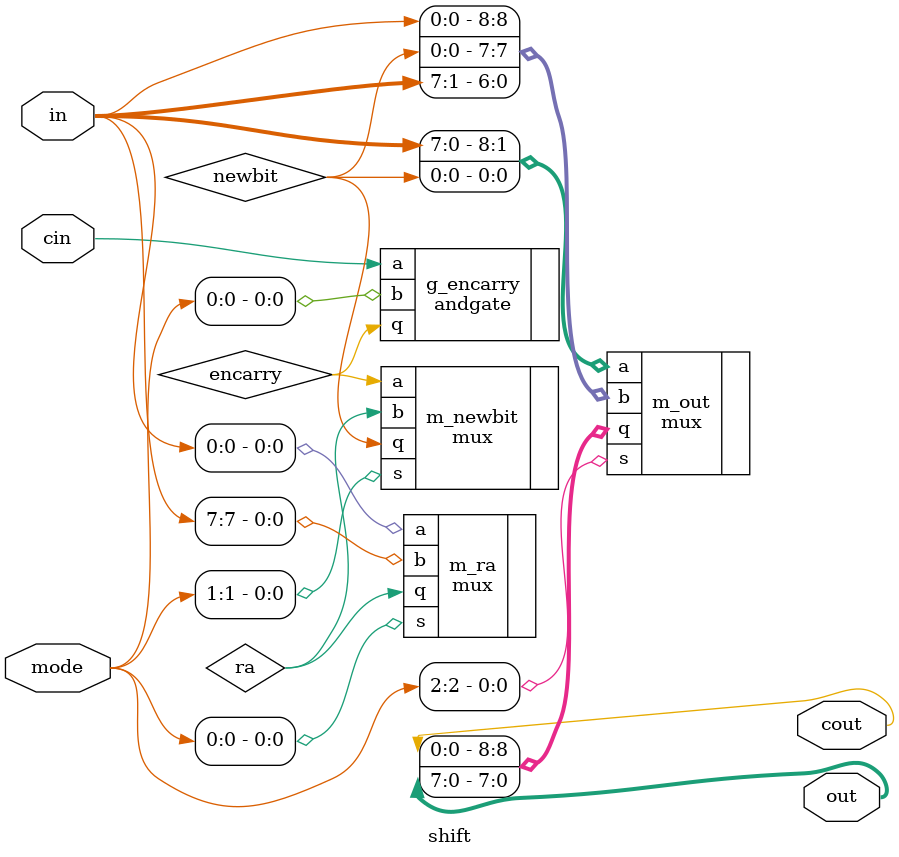
<source format=v>
`timescale 1ns/1ps

/*
Shift logic unit
*/

module shift(
        input [7:0] in,
        input cin,
        input [2:0] mode,
        output [7:0] out,
        output cout
    );

    wire encarry, ra, newbit;
    andgate g_encarry(
        .a(cin),
        .b(mode[0]),
        .q(encarry)
    );
    mux m_ra(
        .a(in[0]),
        .b(in[7]),
        .s(mode[0]),
        .q(ra)
    );
    mux m_newbit(
        .a(encarry),
        .b(ra),
        .s(mode[1]),
        .q(newbit)
    );
    mux #(.WIDTH(9)) m_out(
        .a({in[7:0], newbit}),
        .b({in[0], newbit, in[7:1]}),
        .s(mode[2]),
        .q({cout, out})
    );
endmodule
</source>
